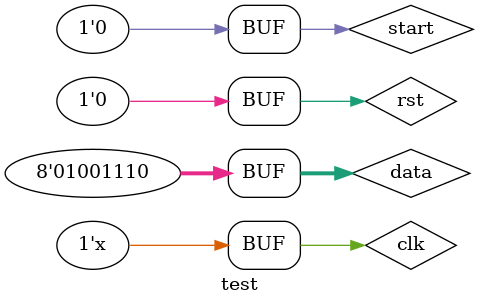
<source format=v>
`timescale 1ns / 1ps

module test;
	reg clk;
	reg start;
	reg rst;
	reg [7:0] data;
	
	wire tx;
	wire [7:0] out;
	wire par;
 
	transmit t(.clk(clk), .data(data), .start(start), .tx(tx));
	receive r (.clk(clk), .rx(tx), .rst(rst), .out(out), .par(par));

	initial begin
		clk = 0;
		rst = 0;
		 data = 8'b01001100; // par =1
		 start = 0;
		 #20
		 start = 1;
		 #20
		 start = 0;
		 #400
		 rst = 1;
		 #20 
		 rst = 0;
		 #20
		 data = 8'b01001110;
		 start = 0;
		 #20
		 start = 1;
		 #20
		 start = 0;
	end 
	always #10 clk = ~clk;

endmodule

</source>
